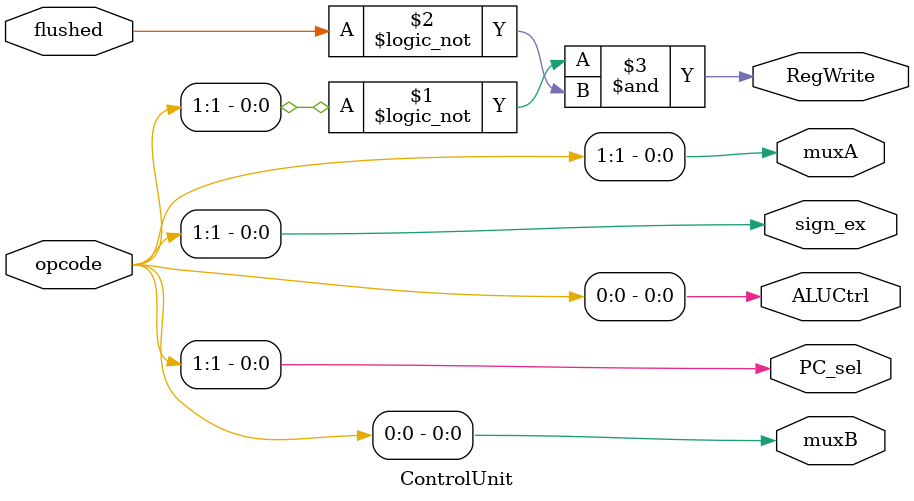
<source format=v>
`timescale 1ns / 1ps
module ControlUnit(
    input [1:0] opcode,
	 input flushed,
    output PC_sel,
	 output sign_ex,
    output muxA,
    output muxB,
    output RegWrite,
    output ALUCtrl
    );

assign PC_sel = opcode[1];
assign muxA = opcode[1];
assign muxB = opcode[0];
assign RegWrite = !opcode[1] & !flushed;
assign ALUCtrl = opcode[0];
assign sign_ex = opcode[1];

endmodule

</source>
